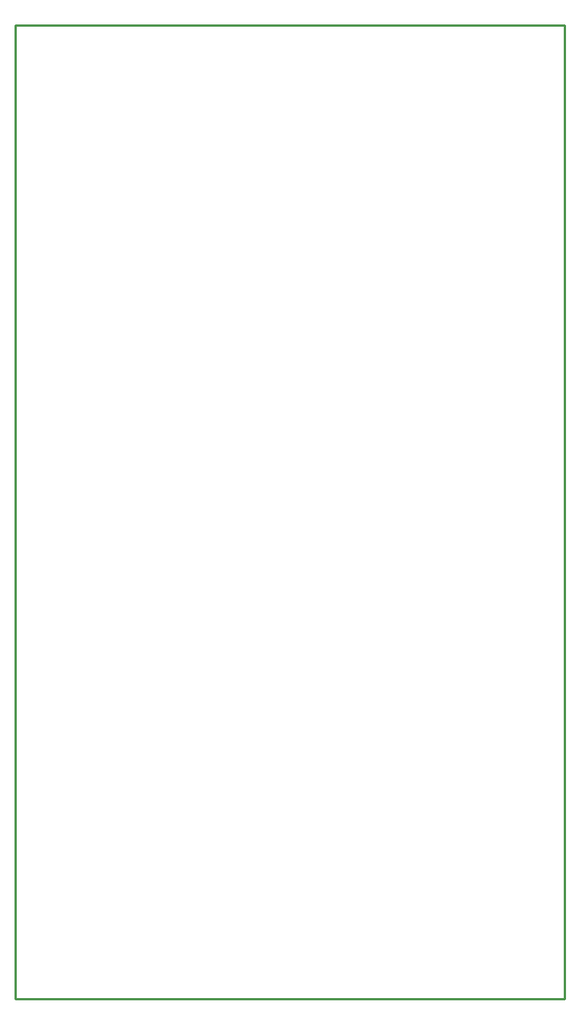
<source format=gm1>
G04*
G04 #@! TF.GenerationSoftware,Altium Limited,Altium Designer,23.1.1 (15)*
G04*
G04 Layer_Color=16711935*
%FSLAX25Y25*%
%MOIN*%
G70*
G04*
G04 #@! TF.SameCoordinates,4CC54058-0C85-46A6-9067-FF0A4DDA324E*
G04*
G04*
G04 #@! TF.FilePolarity,Positive*
G04*
G01*
G75*
%ADD12C,0.01000*%
D12*
X66929Y474409D02*
X307087D01*
Y49213D02*
Y474409D01*
X66929Y49213D02*
X307087D01*
X66929D02*
Y474409D01*
M02*

</source>
